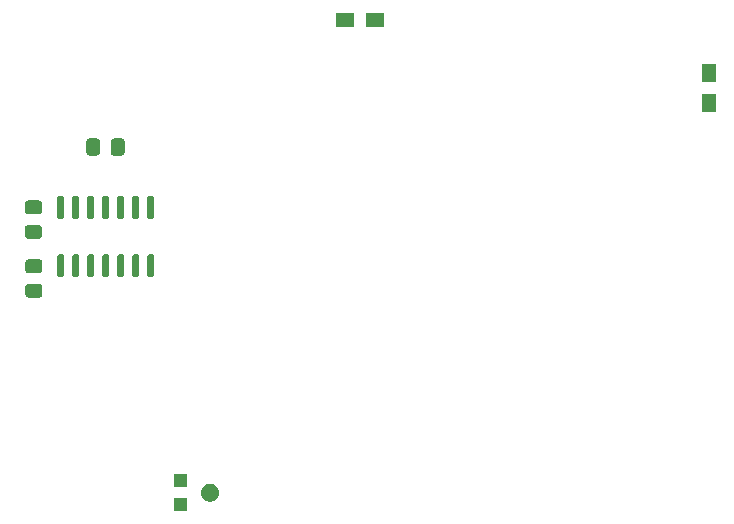
<source format=gbr>
%TF.GenerationSoftware,KiCad,Pcbnew,(5.1.9)-1*%
%TF.CreationDate,2021-04-30T23:03:23+10:00*%
%TF.ProjectId,RedPyKeeb_MCU,52656450-794b-4656-9562-5f4d43552e6b,rev?*%
%TF.SameCoordinates,Original*%
%TF.FileFunction,Paste,Top*%
%TF.FilePolarity,Positive*%
%FSLAX46Y46*%
G04 Gerber Fmt 4.6, Leading zero omitted, Abs format (unit mm)*
G04 Created by KiCad (PCBNEW (5.1.9)-1) date 2021-04-30 23:03:23*
%MOMM*%
%LPD*%
G01*
G04 APERTURE LIST*
%ADD10C,0.100000*%
%ADD11R,1.500000X1.250000*%
%ADD12R,1.250000X1.500000*%
G04 APERTURE END LIST*
D10*
%TO.C,U0*%
G36*
X65504847Y-90868091D02*
G01*
X65519436Y-90794749D01*
X65541143Y-90723190D01*
X65569760Y-90654103D01*
X65605011Y-90588154D01*
X65646556Y-90525977D01*
X65693995Y-90468172D01*
X65746872Y-90415295D01*
X65804677Y-90367856D01*
X65866854Y-90326311D01*
X65932803Y-90291060D01*
X66001890Y-90262443D01*
X66073449Y-90240736D01*
X66146791Y-90226147D01*
X66221210Y-90218818D01*
X66295990Y-90218818D01*
X66370409Y-90226147D01*
X66443751Y-90240736D01*
X66515310Y-90262443D01*
X66584397Y-90291060D01*
X66650346Y-90326311D01*
X66712523Y-90367856D01*
X66770328Y-90415295D01*
X66823205Y-90468172D01*
X66870644Y-90525977D01*
X66912189Y-90588154D01*
X66947440Y-90654103D01*
X66976057Y-90723190D01*
X66997764Y-90794749D01*
X67012353Y-90868091D01*
X67019682Y-90942510D01*
X67019682Y-91017290D01*
X67012353Y-91091709D01*
X66997764Y-91165051D01*
X66976057Y-91236610D01*
X66947440Y-91305697D01*
X66912189Y-91371646D01*
X66870644Y-91433823D01*
X66823205Y-91491628D01*
X66770328Y-91544505D01*
X66712523Y-91591944D01*
X66650346Y-91633489D01*
X66584397Y-91668740D01*
X66515310Y-91697357D01*
X66443751Y-91719064D01*
X66370409Y-91733653D01*
X66295990Y-91740982D01*
X66221210Y-91740982D01*
X66146791Y-91733653D01*
X66073449Y-91719064D01*
X66001890Y-91697357D01*
X65932803Y-91668740D01*
X65866854Y-91633489D01*
X65804677Y-91591944D01*
X65746872Y-91544505D01*
X65693995Y-91491628D01*
X65646556Y-91433823D01*
X65605011Y-91371646D01*
X65569760Y-91305697D01*
X65541143Y-91236610D01*
X65519436Y-91165051D01*
X65504847Y-91091709D01*
X65497518Y-91017290D01*
X65497518Y-90942510D01*
X65504847Y-90868091D01*
G37*
G36*
X63209561Y-91470145D02*
G01*
X63212406Y-91460766D01*
X63217027Y-91452121D01*
X63223245Y-91444545D01*
X63230821Y-91438327D01*
X63239466Y-91433706D01*
X63248845Y-91430861D01*
X63258600Y-91429900D01*
X64258600Y-91429900D01*
X64268355Y-91430861D01*
X64277734Y-91433706D01*
X64286379Y-91438327D01*
X64293955Y-91444545D01*
X64300173Y-91452121D01*
X64304794Y-91460766D01*
X64307639Y-91470145D01*
X64308600Y-91479900D01*
X64308600Y-92479900D01*
X64307639Y-92489655D01*
X64304794Y-92499034D01*
X64300173Y-92507679D01*
X64293955Y-92515255D01*
X64286379Y-92521473D01*
X64277734Y-92526094D01*
X64268355Y-92528939D01*
X64258600Y-92529900D01*
X63258600Y-92529900D01*
X63248845Y-92528939D01*
X63239466Y-92526094D01*
X63230821Y-92521473D01*
X63223245Y-92515255D01*
X63217027Y-92507679D01*
X63212406Y-92499034D01*
X63209561Y-92489655D01*
X63208600Y-92479900D01*
X63208600Y-91479900D01*
X63209561Y-91470145D01*
G37*
G36*
X63209561Y-89470145D02*
G01*
X63212406Y-89460766D01*
X63217027Y-89452121D01*
X63223245Y-89444545D01*
X63230821Y-89438327D01*
X63239466Y-89433706D01*
X63248845Y-89430861D01*
X63258600Y-89429900D01*
X64258600Y-89429900D01*
X64268355Y-89430861D01*
X64277734Y-89433706D01*
X64286379Y-89438327D01*
X64293955Y-89444545D01*
X64300173Y-89452121D01*
X64304794Y-89460766D01*
X64307639Y-89470145D01*
X64308600Y-89479900D01*
X64308600Y-90479900D01*
X64307639Y-90489655D01*
X64304794Y-90499034D01*
X64300173Y-90507679D01*
X64293955Y-90515255D01*
X64286379Y-90521473D01*
X64277734Y-90526094D01*
X64268355Y-90528939D01*
X64258600Y-90529900D01*
X63258600Y-90529900D01*
X63248845Y-90528939D01*
X63239466Y-90526094D01*
X63230821Y-90521473D01*
X63223245Y-90515255D01*
X63217027Y-90507679D01*
X63212406Y-90499034D01*
X63209561Y-90489655D01*
X63208600Y-90479900D01*
X63208600Y-89479900D01*
X63209561Y-89470145D01*
G37*
%TD*%
D11*
%TO.C,C1*%
X77718600Y-50952400D03*
X80218600Y-50952400D03*
%TD*%
D12*
%TO.C,C2*%
X108521500Y-57968200D03*
X108521500Y-55468200D03*
%TD*%
%TO.C,C10*%
G36*
G01*
X59029000Y-61247000D02*
X59029000Y-62197000D01*
G75*
G02*
X58779000Y-62447000I-250000J0D01*
G01*
X58104000Y-62447000D01*
G75*
G02*
X57854000Y-62197000I0J250000D01*
G01*
X57854000Y-61247000D01*
G75*
G02*
X58104000Y-60997000I250000J0D01*
G01*
X58779000Y-60997000D01*
G75*
G02*
X59029000Y-61247000I0J-250000D01*
G01*
G37*
G36*
G01*
X56954000Y-61247000D02*
X56954000Y-62197000D01*
G75*
G02*
X56704000Y-62447000I-250000J0D01*
G01*
X56029000Y-62447000D01*
G75*
G02*
X55779000Y-62197000I0J250000D01*
G01*
X55779000Y-61247000D01*
G75*
G02*
X56029000Y-60997000I250000J0D01*
G01*
X56704000Y-60997000D01*
G75*
G02*
X56954000Y-61247000I0J-250000D01*
G01*
G37*
%TD*%
%TO.C,C6*%
G36*
G01*
X51783000Y-69493800D02*
X50833000Y-69493800D01*
G75*
G02*
X50583000Y-69243800I0J250000D01*
G01*
X50583000Y-68568800D01*
G75*
G02*
X50833000Y-68318800I250000J0D01*
G01*
X51783000Y-68318800D01*
G75*
G02*
X52033000Y-68568800I0J-250000D01*
G01*
X52033000Y-69243800D01*
G75*
G02*
X51783000Y-69493800I-250000J0D01*
G01*
G37*
G36*
G01*
X51783000Y-67418800D02*
X50833000Y-67418800D01*
G75*
G02*
X50583000Y-67168800I0J250000D01*
G01*
X50583000Y-66493800D01*
G75*
G02*
X50833000Y-66243800I250000J0D01*
G01*
X51783000Y-66243800D01*
G75*
G02*
X52033000Y-66493800I0J-250000D01*
G01*
X52033000Y-67168800D01*
G75*
G02*
X51783000Y-67418800I-250000J0D01*
G01*
G37*
%TD*%
%TO.C,C11*%
G36*
G01*
X51821100Y-72409900D02*
X50871100Y-72409900D01*
G75*
G02*
X50621100Y-72159900I0J250000D01*
G01*
X50621100Y-71484900D01*
G75*
G02*
X50871100Y-71234900I250000J0D01*
G01*
X51821100Y-71234900D01*
G75*
G02*
X52071100Y-71484900I0J-250000D01*
G01*
X52071100Y-72159900D01*
G75*
G02*
X51821100Y-72409900I-250000J0D01*
G01*
G37*
G36*
G01*
X51821100Y-74484900D02*
X50871100Y-74484900D01*
G75*
G02*
X50621100Y-74234900I0J250000D01*
G01*
X50621100Y-73559900D01*
G75*
G02*
X50871100Y-73309900I250000J0D01*
G01*
X51821100Y-73309900D01*
G75*
G02*
X52071100Y-73559900I0J-250000D01*
G01*
X52071100Y-74234900D01*
G75*
G02*
X51821100Y-74484900I-250000J0D01*
G01*
G37*
%TD*%
%TO.C,U7*%
G36*
G01*
X53764301Y-72762699D02*
X53464301Y-72762699D01*
G75*
G02*
X53314301Y-72612699I0J150000D01*
G01*
X53314301Y-70962699D01*
G75*
G02*
X53464301Y-70812699I150000J0D01*
G01*
X53764301Y-70812699D01*
G75*
G02*
X53914301Y-70962699I0J-150000D01*
G01*
X53914301Y-72612699D01*
G75*
G02*
X53764301Y-72762699I-150000J0D01*
G01*
G37*
G36*
G01*
X55034301Y-72762699D02*
X54734301Y-72762699D01*
G75*
G02*
X54584301Y-72612699I0J150000D01*
G01*
X54584301Y-70962699D01*
G75*
G02*
X54734301Y-70812699I150000J0D01*
G01*
X55034301Y-70812699D01*
G75*
G02*
X55184301Y-70962699I0J-150000D01*
G01*
X55184301Y-72612699D01*
G75*
G02*
X55034301Y-72762699I-150000J0D01*
G01*
G37*
G36*
G01*
X56304301Y-72762699D02*
X56004301Y-72762699D01*
G75*
G02*
X55854301Y-72612699I0J150000D01*
G01*
X55854301Y-70962699D01*
G75*
G02*
X56004301Y-70812699I150000J0D01*
G01*
X56304301Y-70812699D01*
G75*
G02*
X56454301Y-70962699I0J-150000D01*
G01*
X56454301Y-72612699D01*
G75*
G02*
X56304301Y-72762699I-150000J0D01*
G01*
G37*
G36*
G01*
X57574301Y-72762699D02*
X57274301Y-72762699D01*
G75*
G02*
X57124301Y-72612699I0J150000D01*
G01*
X57124301Y-70962699D01*
G75*
G02*
X57274301Y-70812699I150000J0D01*
G01*
X57574301Y-70812699D01*
G75*
G02*
X57724301Y-70962699I0J-150000D01*
G01*
X57724301Y-72612699D01*
G75*
G02*
X57574301Y-72762699I-150000J0D01*
G01*
G37*
G36*
G01*
X58844301Y-72762699D02*
X58544301Y-72762699D01*
G75*
G02*
X58394301Y-72612699I0J150000D01*
G01*
X58394301Y-70962699D01*
G75*
G02*
X58544301Y-70812699I150000J0D01*
G01*
X58844301Y-70812699D01*
G75*
G02*
X58994301Y-70962699I0J-150000D01*
G01*
X58994301Y-72612699D01*
G75*
G02*
X58844301Y-72762699I-150000J0D01*
G01*
G37*
G36*
G01*
X60114301Y-72762699D02*
X59814301Y-72762699D01*
G75*
G02*
X59664301Y-72612699I0J150000D01*
G01*
X59664301Y-70962699D01*
G75*
G02*
X59814301Y-70812699I150000J0D01*
G01*
X60114301Y-70812699D01*
G75*
G02*
X60264301Y-70962699I0J-150000D01*
G01*
X60264301Y-72612699D01*
G75*
G02*
X60114301Y-72762699I-150000J0D01*
G01*
G37*
G36*
G01*
X61384301Y-72762699D02*
X61084301Y-72762699D01*
G75*
G02*
X60934301Y-72612699I0J150000D01*
G01*
X60934301Y-70962699D01*
G75*
G02*
X61084301Y-70812699I150000J0D01*
G01*
X61384301Y-70812699D01*
G75*
G02*
X61534301Y-70962699I0J-150000D01*
G01*
X61534301Y-72612699D01*
G75*
G02*
X61384301Y-72762699I-150000J0D01*
G01*
G37*
G36*
G01*
X61384301Y-67812699D02*
X61084301Y-67812699D01*
G75*
G02*
X60934301Y-67662699I0J150000D01*
G01*
X60934301Y-66012699D01*
G75*
G02*
X61084301Y-65862699I150000J0D01*
G01*
X61384301Y-65862699D01*
G75*
G02*
X61534301Y-66012699I0J-150000D01*
G01*
X61534301Y-67662699D01*
G75*
G02*
X61384301Y-67812699I-150000J0D01*
G01*
G37*
G36*
G01*
X60114301Y-67812699D02*
X59814301Y-67812699D01*
G75*
G02*
X59664301Y-67662699I0J150000D01*
G01*
X59664301Y-66012699D01*
G75*
G02*
X59814301Y-65862699I150000J0D01*
G01*
X60114301Y-65862699D01*
G75*
G02*
X60264301Y-66012699I0J-150000D01*
G01*
X60264301Y-67662699D01*
G75*
G02*
X60114301Y-67812699I-150000J0D01*
G01*
G37*
G36*
G01*
X58844301Y-67812699D02*
X58544301Y-67812699D01*
G75*
G02*
X58394301Y-67662699I0J150000D01*
G01*
X58394301Y-66012699D01*
G75*
G02*
X58544301Y-65862699I150000J0D01*
G01*
X58844301Y-65862699D01*
G75*
G02*
X58994301Y-66012699I0J-150000D01*
G01*
X58994301Y-67662699D01*
G75*
G02*
X58844301Y-67812699I-150000J0D01*
G01*
G37*
G36*
G01*
X57574301Y-67812699D02*
X57274301Y-67812699D01*
G75*
G02*
X57124301Y-67662699I0J150000D01*
G01*
X57124301Y-66012699D01*
G75*
G02*
X57274301Y-65862699I150000J0D01*
G01*
X57574301Y-65862699D01*
G75*
G02*
X57724301Y-66012699I0J-150000D01*
G01*
X57724301Y-67662699D01*
G75*
G02*
X57574301Y-67812699I-150000J0D01*
G01*
G37*
G36*
G01*
X56304301Y-67812699D02*
X56004301Y-67812699D01*
G75*
G02*
X55854301Y-67662699I0J150000D01*
G01*
X55854301Y-66012699D01*
G75*
G02*
X56004301Y-65862699I150000J0D01*
G01*
X56304301Y-65862699D01*
G75*
G02*
X56454301Y-66012699I0J-150000D01*
G01*
X56454301Y-67662699D01*
G75*
G02*
X56304301Y-67812699I-150000J0D01*
G01*
G37*
G36*
G01*
X55034301Y-67812699D02*
X54734301Y-67812699D01*
G75*
G02*
X54584301Y-67662699I0J150000D01*
G01*
X54584301Y-66012699D01*
G75*
G02*
X54734301Y-65862699I150000J0D01*
G01*
X55034301Y-65862699D01*
G75*
G02*
X55184301Y-66012699I0J-150000D01*
G01*
X55184301Y-67662699D01*
G75*
G02*
X55034301Y-67812699I-150000J0D01*
G01*
G37*
G36*
G01*
X53764301Y-67812699D02*
X53464301Y-67812699D01*
G75*
G02*
X53314301Y-67662699I0J150000D01*
G01*
X53314301Y-66012699D01*
G75*
G02*
X53464301Y-65862699I150000J0D01*
G01*
X53764301Y-65862699D01*
G75*
G02*
X53914301Y-66012699I0J-150000D01*
G01*
X53914301Y-67662699D01*
G75*
G02*
X53764301Y-67812699I-150000J0D01*
G01*
G37*
%TD*%
M02*

</source>
